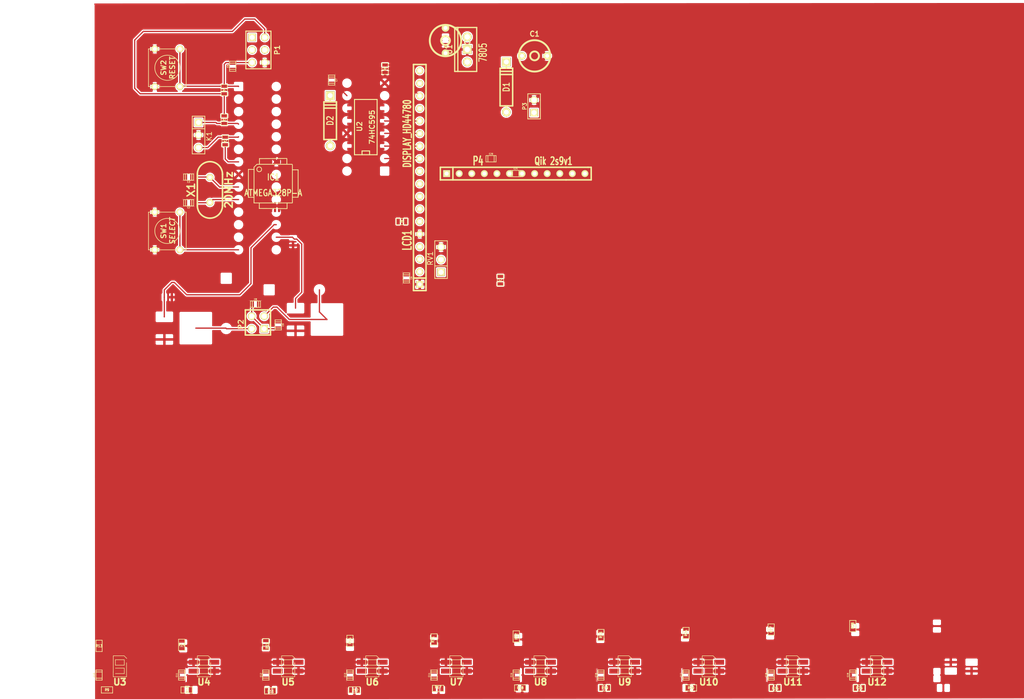
<source format=kicad_pcb>
(kicad_pcb (version 3) (host pcbnew "(2013-mar-30)-stable")
  (layers (15 F.Cu signal) (0 B.Cu signal) (18 B.Paste user) (19 F.Paste user) (20 B.SilkS user) (21 F.SilkS user) (22 B.Mask user) (23 F.Mask user) (28 Edge.Cuts user))
  (net 0 "")
  (net 1 +BATT)
  (net 2 /CLK)
  (net 3 /DATA/ENABLE)
  (net 4 /MISO)
  (net 5 /MOSI)
  (net 6 /PB0)
  (net 7 /PD2)
  (net 8 /PD3)
  (net 9 /QB)
  (net 10 /QC)
  (net 11 /QD)
  (net 12 /QE)
  (net 13 /QF)
  (net 14 /QG)
  (net 15 /RST)
  (net 16 /RXD)
  (net 17 /SCK)
  (net 18 /TXD)
  (net 19 /XTAL1)
  (net 20 /XTAL2)
  (net 21 GND)
  (net 22 N-000003)
  (net 23 N-0000031)
  (net 24 N-000004)
  (net 25 N-0000046)
  (net 26 N-0000049)
  (net 27 N-0000050)
  (net 28 N-0000051)
  (net 29 N-0000052)
  (net 30 N-0000053)
  (net 31 N-0000054)
  (net 32 N-0000055)
  (net 33 N-0000056)
  (net 34 N-0000057)
  (net 35 N-0000058)
  (net 36 N-0000059)
  (net 37 N-0000060)
  (net 38 N-0000061)
  (net 39 N-0000062)
  (net 40 N-0000063)
  (net 41 N-0000064)
  (net 42 N-0000065)
  (net 43 N-0000066)
  (net 44 N-0000067)
  (net 45 N-0000068)
  (net 46 N-0000069)
  (net 47 N-0000070)
  (net 48 N-0000071)
  (net 49 N-000009)
  (net 50 S0)
  (net 51 S1)
  (net 52 S2)
  (net 53 S3)
  (net 54 S4)
  (net 55 S5)
  (net 56 S6)
  (net 57 S7)
  (net 58 S8)
  (net 59 S9)
  (net 60 VCC)
  (module SW_PUSH_SMALL (layer F.Cu) (at 115.6 84.6 90)
    (fp_text reference SW2 (at 0 -0.762 90) (layer F.SilkS) (effects (font (size 1.016 1.016) (thickness 0.2032))))
    (fp_text value RESET (at 0 1.016 90) (layer F.SilkS) (effects (font (size 1.016 1.016) (thickness 0.2032))))
    (pad 1 thru_hole circle (at 3.81 -2.54 90) (size 1.397 1.397) (drill 0.8128) (layers *.Cu *.Mask F.SilkS) (net 21 GND))
    (pad 2 thru_hole circle (at 3.81 2.54 90) (size 1.397 1.397) (drill 0.8128) (layers *.Cu *.Mask F.SilkS) (net 15 /RST))
    (pad 1 thru_hole circle (at -3.81 -2.54 90) (size 1.397 1.397) (drill 0.8128) (layers *.Cu *.Mask F.SilkS) (net 21 GND))
    (pad 2 thru_hole circle (at -3.81 2.54 90) (size 1.397 1.397) (drill 0.8128) (layers *.Cu *.Mask F.SilkS) (net 15 /RST))
  )
  (module SW_PUSH_SMALL (layer F.Cu) (at 115.6 117.6 90)
    (fp_text reference SW1 (at 0 -0.762 90) (layer F.SilkS) (effects (font (size 1.016 1.016) (thickness 0.2032))))
    (fp_text value SELECT (at 0 1.016 90) (layer F.SilkS) (effects (font (size 1.016 1.016) (thickness 0.2032) italic)))
    (pad 1 thru_hole circle (at 3.81 -2.54 90) (size 1.397 1.397) (drill 0.8128) (layers *.Cu *.Mask F.SilkS) (net 21 GND))
    (pad 2 thru_hole circle (at 3.81 2.54 90) (size 1.397 1.397) (drill 0.8128) (layers *.Cu *.Mask F.SilkS) (net 6 /PB0))
    (pad 1 thru_hole circle (at -3.81 -2.54 90) (size 1.397 1.397) (drill 0.8128) (layers *.Cu *.Mask F.SilkS) (net 21 GND))
    (pad 2 thru_hole circle (at -3.81 2.54 90) (size 1.397 1.397) (drill 0.8128) (layers *.Cu *.Mask F.SilkS) (net 6 /PB0))
  )
  (module SM0603 (layer F.Cu) (at 204 210)
    (fp_text reference R19 (at 0 0) (layer F.SilkS) (effects (font (size 0.508 0.4572) (thickness 0.1143))))
    (fp_text value 220 hide)
    (pad 1 smd rect (at -0.762 0) (size 0.635 1.143) (layers F.Cu F.Paste F.Mask) (net 60 VCC))
    (pad 2 smd rect (at 0.762 0) (size 0.635 1.143) (layers F.Cu F.Paste F.Mask) (net 46 N-0000069))
  )
  (module SM0603 (layer F.Cu) (at 152.5 200.5 90)
    (fp_text reference R16 (at 0 0 90) (layer F.SilkS) (effects (font (size 0.508 0.4572) (thickness 0.1143))))
    (fp_text value R hide)
    (pad 1 smd rect (at -0.762 0 90) (size 0.635 1.143) (layers F.Cu F.Paste F.Mask) (net 43 N-0000066))
    (pad 2 smd rect (at 0.762 0 90) (size 0.635 1.143) (layers F.Cu F.Paste F.Mask) (net 53 S3))
  )
  (module SM0603 (layer F.Cu) (at 153.4 210.4)
    (fp_text reference R12 (at 0.15 0.05) (layer F.SilkS) (effects (font (size 0.508 0.4572) (thickness 0.1143))))
    (fp_text value 220 hide)
    (pad 1 smd rect (at -0.762 0) (size 0.635 1.143) (layers F.Cu F.Paste F.Mask) (net 60 VCC))
    (pad 2 smd rect (at 0.762 0) (size 0.635 1.143) (layers F.Cu F.Paste F.Mask) (net 40 N-0000063))
  )
  (module SM0603 (layer F.Cu) (at 135.5 201.2 90)
    (fp_text reference R15 (at -0.25 0.25 90) (layer F.SilkS) (effects (font (size 0.508 0.4572) (thickness 0.1143))))
    (fp_text value 220 hide)
    (pad 1 smd rect (at -0.762 0 90) (size 0.635 1.143) (layers F.Cu F.Paste F.Mask) (net 44 N-0000067))
    (pad 2 smd rect (at 0.762 0 90) (size 0.635 1.143) (layers F.Cu F.Paste F.Mask) (net 52 S2))
  )
  (module SM0603 (layer F.Cu) (at 159.6 84.8 90)
    (fp_text reference R6 (at 0 0 90) (layer F.SilkS) (effects (font (size 0.508 0.4572) (thickness 0.1143))))
    (fp_text value 220 hide)
    (pad 1 smd rect (at -0.762 0 90) (size 0.635 1.143) (layers F.Cu F.Paste F.Mask) (net 21 GND))
    (pad 2 smd rect (at 0.762 0 90) (size 0.635 1.143) (layers F.Cu F.Paste F.Mask) (net 28 N-0000051))
  )
  (module SM0603 (layer F.Cu) (at 136.4 210.6)
    (fp_text reference R11 (at 0.1 0.1) (layer F.SilkS) (effects (font (size 0.508 0.4572) (thickness 0.1143))))
    (fp_text value 220 hide)
    (pad 1 smd rect (at -0.762 0) (size 0.635 1.143) (layers F.Cu F.Paste F.Mask) (net 60 VCC))
    (pad 2 smd rect (at 0.762 0) (size 0.635 1.143) (layers F.Cu F.Paste F.Mask) (net 39 N-0000062))
  )
  (module SM0603 (layer F.Cu) (at 163 115.7)
    (fp_text reference R5 (at 0 0) (layer F.SilkS) (effects (font (size 0.508 0.4572) (thickness 0.1143))))
    (fp_text value 1k hide)
    (pad 1 smd rect (at -0.762 0) (size 0.635 1.143) (layers F.Cu F.Paste F.Mask) (net 3 /DATA/ENABLE))
    (pad 2 smd rect (at 0.762 0) (size 0.635 1.143) (layers F.Cu F.Paste F.Mask) (net 22 N-000003))
  )
  (module SM0603 (layer F.Cu) (at 220.4 198.9 90)
    (fp_text reference R24 (at 0 0 90) (layer F.SilkS) (effects (font (size 0.508 0.4572) (thickness 0.1143))))
    (fp_text value 220 hide)
    (pad 1 smd rect (at -0.762 0 90) (size 0.635 1.143) (layers F.Cu F.Paste F.Mask) (net 42 N-0000065))
    (pad 2 smd rect (at 0.762 0 90) (size 0.635 1.143) (layers F.Cu F.Paste F.Mask) (net 57 S7))
  )
  (module SM0603 (layer F.Cu) (at 221.4 210)
    (fp_text reference R20 (at 0 0) (layer F.SilkS) (effects (font (size 0.508 0.4572) (thickness 0.1143))))
    (fp_text value 220 hide)
    (pad 1 smd rect (at -0.762 0) (size 0.635 1.143) (layers F.Cu F.Paste F.Mask) (net 60 VCC))
    (pad 2 smd rect (at 0.762 0) (size 0.635 1.143) (layers F.Cu F.Paste F.Mask) (net 41 N-0000064))
  )
  (module SM0603 (layer F.Cu) (at 182.9 127.55 90)
    (fp_text reference R3 (at 0 0 90) (layer F.SilkS) (effects (font (size 0.508 0.4572) (thickness 0.1143))))
    (fp_text value 10k hide)
    (pad 1 smd rect (at -0.762 0 90) (size 0.635 1.143) (layers F.Cu F.Paste F.Mask) (net 60 VCC))
    (pad 2 smd rect (at 0.762 0 90) (size 0.635 1.143) (layers F.Cu F.Paste F.Mask) (net 6 /PB0))
  )
  (module SM0603 (layer F.Cu) (at 203.2 199.3 90)
    (fp_text reference R23 (at 0 0 90) (layer F.SilkS) (effects (font (size 0.508 0.4572) (thickness 0.1143))))
    (fp_text value 220 hide)
    (pad 1 smd rect (at -0.762 0 90) (size 0.635 1.143) (layers F.Cu F.Paste F.Mask) (net 48 N-0000071))
    (pad 2 smd rect (at 0.762 0 90) (size 0.635 1.143) (layers F.Cu F.Paste F.Mask) (net 56 S6))
  )
  (module SM0603 (layer F.Cu) (at 127.3 99.4 90)
    (fp_text reference R2 (at 0 0 90) (layer F.SilkS) (effects (font (size 0.508 0.4572) (thickness 0.1143))))
    (fp_text value 4.7k hide)
    (pad 1 smd rect (at -0.762 0 90) (size 0.635 1.143) (layers F.Cu F.Paste F.Mask) (net 60 VCC))
    (pad 2 smd rect (at 0.762 0 90) (size 0.635 1.143) (layers F.Cu F.Paste F.Mask) (net 8 /PD3))
  )
  (module SM0603 (layer F.Cu) (at 127.1 95.1 270)
    (fp_text reference R1 (at 0 0 270) (layer F.SilkS) (effects (font (size 0.508 0.4572) (thickness 0.1143))))
    (fp_text value 4.7k hide)
    (pad 1 smd rect (at -0.762 0 270) (size 0.635 1.143) (layers F.Cu F.Paste F.Mask) (net 60 VCC))
    (pad 2 smd rect (at 0.762 0 270) (size 0.635 1.143) (layers F.Cu F.Paste F.Mask) (net 7 /PD2))
  )
  (module SM0603 (layer F.Cu) (at 118.5 201.3 90)
    (fp_text reference R14 (at 0 0 180) (layer F.SilkS) (effects (font (size 0.508 0.4572) (thickness 0.1143))))
    (fp_text value 220 hide)
    (pad 1 smd rect (at -0.762 0 90) (size 0.635 1.143) (layers F.Cu F.Paste F.Mask) (net 45 N-0000068))
    (pad 2 smd rect (at 0.762 0 90) (size 0.635 1.143) (layers F.Cu F.Paste F.Mask) (net 51 S1))
  )
  (module SM0603 (layer F.Cu) (at 186.9 210)
    (fp_text reference R18 (at 0 0) (layer F.SilkS) (effects (font (size 0.508 0.4572) (thickness 0.1143))))
    (fp_text value 220 hide)
    (pad 1 smd rect (at -0.762 0) (size 0.635 1.143) (layers F.Cu F.Paste F.Mask) (net 60 VCC))
    (pad 2 smd rect (at 0.762 0) (size 0.635 1.143) (layers F.Cu F.Paste F.Mask) (net 31 N-0000054))
  )
  (module SM0603 (layer F.Cu) (at 238.4 210)
    (fp_text reference R25 (at 0 0.1) (layer F.SilkS) (effects (font (size 0.508 0.4572) (thickness 0.1143))))
    (fp_text value 220 hide)
    (pad 1 smd rect (at -0.762 0) (size 0.635 1.143) (layers F.Cu F.Paste F.Mask) (net 60 VCC))
    (pad 2 smd rect (at 0.762 0) (size 0.635 1.143) (layers F.Cu F.Paste F.Mask) (net 36 N-0000059))
  )
  (module SM0603 (layer F.Cu) (at 237.6 198.2 90)
    (fp_text reference R27 (at 0 0 90) (layer F.SilkS) (effects (font (size 0.508 0.4572) (thickness 0.1143))))
    (fp_text value 220 hide)
    (pad 1 smd rect (at -0.762 0 90) (size 0.635 1.143) (layers F.Cu F.Paste F.Mask) (net 38 N-0000061))
    (pad 2 smd rect (at 0.762 0 90) (size 0.635 1.143) (layers F.Cu F.Paste F.Mask) (net 58 S8))
  )
  (module SM0603 (layer F.Cu) (at 255.4 210)
    (fp_text reference R26 (at 0 0) (layer F.SilkS) (effects (font (size 0.508 0.4572) (thickness 0.1143))))
    (fp_text value 220 hide)
    (pad 1 smd rect (at -0.762 0) (size 0.635 1.143) (layers F.Cu F.Paste F.Mask) (net 60 VCC))
    (pad 2 smd rect (at 0.762 0) (size 0.635 1.143) (layers F.Cu F.Paste F.Mask) (net 35 N-0000058))
  )
  (module SM0603 (layer F.Cu) (at 254.1 197.5 90)
    (fp_text reference R28 (at 0.1 0 90) (layer F.SilkS) (effects (font (size 0.508 0.4572) (thickness 0.1143))))
    (fp_text value 220 hide)
    (pad 1 smd rect (at -0.762 0 90) (size 0.635 1.143) (layers F.Cu F.Paste F.Mask) (net 37 N-0000060))
    (pad 2 smd rect (at 0.762 0 90) (size 0.635 1.143) (layers F.Cu F.Paste F.Mask) (net 59 S9))
  )
  (module SM0603 (layer F.Cu) (at 170.3 210.1)
    (fp_text reference R17 (at 0 -0.25) (layer F.SilkS) (effects (font (size 0.508 0.4572) (thickness 0.1143))))
    (fp_text value 220 hide)
    (pad 1 smd rect (at -0.762 0) (size 0.635 1.143) (layers F.Cu F.Paste F.Mask) (net 60 VCC))
    (pad 2 smd rect (at 0.762 0) (size 0.635 1.143) (layers F.Cu F.Paste F.Mask) (net 29 N-0000052))
  )
  (module SM0603 (layer F.Cu) (at 169.5 200.2 90)
    (fp_text reference R21 (at 0 -0.25 90) (layer F.SilkS) (effects (font (size 0.508 0.4572) (thickness 0.1143))))
    (fp_text value 220 hide)
    (pad 1 smd rect (at -0.762 0 90) (size 0.635 1.143) (layers F.Cu F.Paste F.Mask) (net 30 N-0000053))
    (pad 2 smd rect (at 0.762 0 90) (size 0.635 1.143) (layers F.Cu F.Paste F.Mask) (net 54 S4))
  )
  (module SM0603 (layer F.Cu) (at 119.5 210.4)
    (fp_text reference R10 (at 0.127 -0.127 90) (layer F.SilkS) (effects (font (size 0.508 0.4572) (thickness 0.1143))))
    (fp_text value 220 hide)
    (pad 1 smd rect (at -0.762 0) (size 0.635 1.143) (layers F.Cu F.Paste F.Mask) (net 60 VCC))
    (pad 2 smd rect (at 0.762 0) (size 0.635 1.143) (layers F.Cu F.Paste F.Mask) (net 33 N-0000056))
  )
  (module SM0603 (layer F.Cu) (at 127.1 89.1 90)
    (fp_text reference R4 (at 0 0 90) (layer F.SilkS) (effects (font (size 0.508 0.4572) (thickness 0.1143))))
    (fp_text value 10k hide)
    (pad 1 smd rect (at -0.762 0 90) (size 0.635 1.143) (layers F.Cu F.Paste F.Mask) (net 60 VCC))
    (pad 2 smd rect (at 0.762 0 90) (size 0.635 1.143) (layers F.Cu F.Paste F.Mask) (net 15 /RST))
  )
  (module SM0603 (layer F.Cu) (at 186.1 199.6 90)
    (fp_text reference R22 (at 0 0 90) (layer F.SilkS) (effects (font (size 0.508 0.4572) (thickness 0.1143))))
    (fp_text value 220 hide)
    (pad 1 smd rect (at -0.762 0 90) (size 0.635 1.143) (layers F.Cu F.Paste F.Mask) (net 34 N-0000057))
    (pad 2 smd rect (at 0.762 0 90) (size 0.635 1.143) (layers F.Cu F.Paste F.Mask) (net 55 S5))
  )
  (module SM0603 (layer F.Cu) (at 103.4 210.4)
    (fp_text reference R9 (at 0 0) (layer F.SilkS) (effects (font (size 0.508 0.4572) (thickness 0.1143))))
    (fp_text value 220 hide)
    (pad 1 smd rect (at -0.762 0) (size 0.635 1.143) (layers F.Cu F.Paste F.Mask) (net 60 VCC))
    (pad 2 smd rect (at 0.762 0) (size 0.635 1.143) (layers F.Cu F.Paste F.Mask) (net 32 N-0000055))
  )
  (module SM0603 (layer F.Cu) (at 101.8 201.5 90)
    (fp_text reference R13 (at 0 0 180) (layer F.SilkS) (effects (font (size 0.508 0.4572) (thickness 0.1143))))
    (fp_text value 220 hide)
    (pad 1 smd rect (at -0.762 0 90) (size 0.635 1.143) (layers F.Cu F.Paste F.Mask) (net 47 N-0000070))
    (pad 2 smd rect (at 0.762 0 90) (size 0.635 1.143) (layers F.Cu F.Paste F.Mask) (net 50 S0))
  )
  (module SIL-18 (layer F.Cu) (at 166.6 106.8 90)
    (fp_text reference LCD1 (at -12.7 -2.54 90) (layer F.SilkS) (effects (font (size 1.72974 1.08712) (thickness 0.3048))))
    (fp_text value DISPLAY_HD44780 (at 8.89 -2.54 90) (layer F.SilkS) (effects (font (size 1.524 1.016) (thickness 0.3048))))
    (pad 1 thru_hole rect (at -21.59 0 90) (size 1.397 1.397) (drill 0.8128) (layers *.Cu *.Mask F.SilkS) (net 21 GND))
    (pad 2 thru_hole circle (at -19.05 0 90) (size 1.397 1.397) (drill 0.8128) (layers *.Cu *.Mask F.SilkS) (net 60 VCC))
    (pad 3 thru_hole circle (at -16.51 0 90) (size 1.397 1.397) (drill 0.8128) (layers *.Cu *.Mask F.SilkS) (net 24 N-000004))
    (pad 4 thru_hole circle (at -13.97 0 90) (size 1.397 1.397) (drill 0.8128) (layers *.Cu *.Mask F.SilkS) (net 9 /QB))
    (pad 5 thru_hole circle (at -11.43 0 90) (size 1.397 1.397) (drill 0.8128) (layers *.Cu *.Mask F.SilkS) (net 21 GND))
    (pad 6 thru_hole circle (at -8.89 0 90) (size 1.397 1.397) (drill 0.8128) (layers *.Cu *.Mask F.SilkS) (net 22 N-000003))
    (pad 7 thru_hole circle (at -6.35 0 90) (size 1.397 1.397) (drill 0.8128) (layers *.Cu *.Mask F.SilkS))
    (pad 8 thru_hole circle (at -3.81 0 90) (size 1.397 1.397) (drill 0.8128) (layers *.Cu *.Mask F.SilkS))
    (pad 9 thru_hole circle (at -1.27 0 90) (size 1.397 1.397) (drill 0.8128) (layers *.Cu *.Mask F.SilkS))
    (pad 10 thru_hole circle (at 1.27 0 90) (size 1.397 1.397) (drill 0.8128) (layers *.Cu *.Mask F.SilkS))
    (pad 11 thru_hole circle (at 3.81 0 90) (size 1.397 1.397) (drill 0.8128) (layers *.Cu *.Mask F.SilkS) (net 10 /QC))
    (pad 12 thru_hole circle (at 6.35 0 90) (size 1.397 1.397) (drill 0.8128) (layers *.Cu *.Mask F.SilkS) (net 11 /QD))
    (pad 13 thru_hole circle (at 8.89 0 90) (size 1.397 1.397) (drill 0.8128) (layers *.Cu *.Mask F.SilkS) (net 12 /QE))
    (pad 14 thru_hole circle (at 11.43 0 90) (size 1.397 1.397) (drill 0.8128) (layers *.Cu *.Mask F.SilkS) (net 13 /QF))
    (pad 15 thru_hole circle (at 13.97 0 90) (size 1.397 1.397) (drill 0.8128) (layers *.Cu *.Mask F.SilkS) (net 60 VCC))
    (pad 16 thru_hole circle (at 16.51 0 90) (size 1.397 1.397) (drill 0.8128) (layers *.Cu *.Mask F.SilkS) (net 28 N-0000051))
    (pad 17 thru_hole circle (at 19.05 0 90) (size 1.397 1.397) (drill 0.8128) (layers *.Cu *.Mask F.SilkS))
    (pad 18 thru_hole circle (at 21.59 0 90) (size 1.397 1.397) (drill 0.8128) (layers *.Cu *.Mask F.SilkS))
  )
  (module pin_array_3x2 (layer F.Cu) (at 134 81 270)
    (fp_text reference P1 (at 0 -3.81 270) (layer F.SilkS) (effects (font (size 1.016 1.016) (thickness 0.2032))))
    (fp_text value AVR-ISP6 hide)
    (pad 1 thru_hole rect (at -2.54 1.27 270) (size 1.524 1.524) (drill 1.016) (layers *.Cu *.Mask F.SilkS) (net 4 /MISO))
    (pad 2 thru_hole circle (at -2.54 -1.27 270) (size 1.524 1.524) (drill 1.016) (layers *.Cu *.Mask F.SilkS) (net 60 VCC))
    (pad 3 thru_hole circle (at 0 1.27 270) (size 1.524 1.524) (drill 1.016) (layers *.Cu *.Mask F.SilkS) (net 17 /SCK))
    (pad 4 thru_hole circle (at 0 -1.27 270) (size 1.524 1.524) (drill 1.016) (layers *.Cu *.Mask F.SilkS) (net 5 /MOSI))
    (pad 5 thru_hole circle (at 2.54 1.27 270) (size 1.524 1.524) (drill 1.016) (layers *.Cu *.Mask F.SilkS) (net 15 /RST))
    (pad 6 thru_hole circle (at 2.54 -1.27 270) (size 1.524 1.524) (drill 1.016) (layers *.Cu *.Mask F.SilkS) (net 21 GND))
  )
  (module PIN_ARRAY_3X1 (layer F.Cu) (at 170.9 123.4 90)
    (fp_text reference RV1 (at 0.254 -2.159 90) (layer F.SilkS) (effects (font (size 1.016 1.016) (thickness 0.1524))))
    (fp_text value 10k hide)
    (pad 1 thru_hole rect (at -2.54 0 90) (size 1.524 1.524) (drill 1.016) (layers *.Cu *.Mask F.SilkS) (net 60 VCC))
    (pad 2 thru_hole circle (at 0 0 90) (size 1.524 1.524) (drill 1.016) (layers *.Cu *.Mask F.SilkS) (net 24 N-000004))
    (pad 3 thru_hole circle (at 2.54 0 90) (size 1.524 1.524) (drill 1.016) (layers *.Cu *.Mask F.SilkS) (net 21 GND))
  )
  (module PIN_ARRAY_3X1 (layer F.Cu) (at 121.9 98.2 270)
    (fp_text reference K1 (at 0.254 -2.159 270) (layer F.SilkS) (effects (font (size 1.016 1.016) (thickness 0.1524))))
    (fp_text value ROT_ENC hide)
    (pad 1 thru_hole rect (at -2.54 0 270) (size 1.524 1.524) (drill 1.016) (layers *.Cu *.Mask F.SilkS) (net 7 /PD2))
    (pad 2 thru_hole circle (at 0 0 270) (size 1.524 1.524) (drill 1.016) (layers *.Cu *.Mask F.SilkS) (net 21 GND))
    (pad 3 thru_hole circle (at 2.54 0 270) (size 1.524 1.524) (drill 1.016) (layers *.Cu *.Mask F.SilkS) (net 8 /PD3))
  )
  (module PIN_ARRAY_2X2 (layer F.Cu) (at 133.9 136.1 90)
    (fp_text reference P2 (at -0.381 -3.429 90) (layer F.SilkS) (effects (font (size 1.016 1.016) (thickness 0.2032))))
    (fp_text value MOTORS hide)
    (pad 1 thru_hole rect (at -1.27 1.27 90) (size 1.524 1.524) (drill 1.016) (layers *.Cu *.Mask F.SilkS) (net 26 N-0000049))
    (pad 2 thru_hole circle (at -1.27 -1.27 90) (size 1.524 1.524) (drill 1.016) (layers *.Cu *.Mask F.SilkS) (net 23 N-0000031))
    (pad 3 thru_hole circle (at 1.27 1.27 90) (size 1.524 1.524) (drill 1.016) (layers *.Cu *.Mask F.SilkS) (net 27 N-0000050))
    (pad 4 thru_hole circle (at 1.27 -1.27 90) (size 1.524 1.524) (drill 1.016) (layers *.Cu *.Mask F.SilkS) (net 25 N-0000046))
  )
  (module PIN_ARRAY_2X1 (layer F.Cu) (at 189.7 92.4 90)
    (fp_text reference P3 (at 0 -1.905 90) (layer F.SilkS) (effects (font (size 0.762 0.762) (thickness 0.1524))))
    (fp_text value BATTERY hide)
    (pad 1 thru_hole rect (at -1.27 0 90) (size 1.524 1.524) (drill 1.016) (layers *.Cu *.Mask F.SilkS) (net 1 +BATT))
    (pad 2 thru_hole circle (at 1.27 0 90) (size 1.524 1.524) (drill 1.016) (layers *.Cu *.Mask F.SilkS) (net 21 GND))
  )
  (module LM78XXV (layer F.Cu) (at 176.2 80.9 180)
    (fp_text reference U1 (at 3.81 0 270) (layer F.SilkS) (effects (font (size 1.524 1.016) (thickness 0.2032))))
    (fp_text value 7805 (at -3.175 -0.635 270) (layer F.SilkS) (effects (font (size 1.524 1.016) (thickness 0.2032))))
    (pad VI thru_hole circle (at 0 -2.54 180) (size 1.778 1.778) (drill 1.143) (layers *.Cu *.Mask F.SilkS) (net 49 N-000009))
    (pad GND thru_hole rect (at 0 0 180) (size 1.778 1.778) (drill 1.143) (layers *.Cu *.Mask F.SilkS) (net 21 GND))
    (pad VO thru_hole circle (at 0 2.54 180) (size 1.778 1.778) (drill 1.143) (layers *.Cu *.Mask F.SilkS) (net 60 VCC))
  )
  (module ITR8307 (layer F.Cu) (at 157 205.7 180)
    (fp_text reference U6 (at 0 -3.11 180) (layer F.SilkS) (effects (font (size 1.3 1.3) (thickness 0.3048))))
    (fp_text value ITR8307 hide)
    (pad 1 smd rect (at 2.10058 0.89916 180) (size 1.99898 1.00076) (layers F.Cu F.Paste F.Mask) (net 21 GND))
    (pad 2 smd rect (at -2.10058 0.89916 180) (size 1.99898 1.00076) (layers F.Cu F.Paste F.Mask) (net 40 N-0000063))
    (pad 3 smd rect (at 2.10058 -0.89916 180) (size 1.99898 1.00076) (layers F.Cu F.Paste F.Mask) (net 43 N-0000066))
    (pad 4 smd rect (at -2.10058 -0.89916 180) (size 1.99898 1.00076) (layers F.Cu F.Paste F.Mask) (net 21 GND))
  )
  (module ITR8307 (layer F.Cu) (at 242 205.7 180)
    (fp_text reference U11 (at 0 -3.11 180) (layer F.SilkS) (effects (font (size 1.3 1.3) (thickness 0.3048))))
    (fp_text value ITR8307 hide)
    (pad 1 smd rect (at 2.10058 0.89916 180) (size 1.99898 1.00076) (layers F.Cu F.Paste F.Mask) (net 21 GND))
    (pad 2 smd rect (at -2.10058 0.89916 180) (size 1.99898 1.00076) (layers F.Cu F.Paste F.Mask) (net 36 N-0000059))
    (pad 3 smd rect (at 2.10058 -0.89916 180) (size 1.99898 1.00076) (layers F.Cu F.Paste F.Mask) (net 38 N-0000061))
    (pad 4 smd rect (at -2.10058 -0.89916 180) (size 1.99898 1.00076) (layers F.Cu F.Paste F.Mask) (net 21 GND))
  )
  (module ITR8307 (layer F.Cu) (at 106 205.7 180)
    (fp_text reference U3 (at 0 -3.11 180) (layer F.SilkS) (effects (font (size 1.3 1.3) (thickness 0.3048))))
    (fp_text value ITR8307 hide)
    (pad 1 smd rect (at 2.10058 0.89916 180) (size 1.99898 1.00076) (layers F.Cu F.Paste F.Mask) (net 21 GND))
    (pad 2 smd rect (at -2.10058 0.89916 180) (size 1.99898 1.00076) (layers F.Cu F.Paste F.Mask) (net 32 N-0000055))
    (pad 3 smd rect (at 2.10058 -0.89916 180) (size 1.99898 1.00076) (layers F.Cu F.Paste F.Mask) (net 47 N-0000070))
    (pad 4 smd rect (at -2.10058 -0.89916 180) (size 1.99898 1.00076) (layers F.Cu F.Paste F.Mask) (net 21 GND))
  )
  (module ITR8307 (layer F.Cu) (at 140 205.7 180)
    (fp_text reference U5 (at 0 -3.11 180) (layer F.SilkS) (effects (font (size 1.3 1.3) (thickness 0.3048))))
    (fp_text value ITR8307 hide)
    (pad 1 smd rect (at 2.10058 0.89916 180) (size 1.99898 1.00076) (layers F.Cu F.Paste F.Mask) (net 21 GND))
    (pad 2 smd rect (at -2.10058 0.89916 180) (size 1.99898 1.00076) (layers F.Cu F.Paste F.Mask) (net 39 N-0000062))
    (pad 3 smd rect (at 2.10058 -0.89916 180) (size 1.99898 1.00076) (layers F.Cu F.Paste F.Mask) (net 44 N-0000067))
    (pad 4 smd rect (at -2.10058 -0.89916 180) (size 1.99898 1.00076) (layers F.Cu F.Paste F.Mask) (net 21 GND))
  )
  (module ITR8307 (layer F.Cu) (at 174 205.7 180)
    (fp_text reference U7 (at 0 -3.11 180) (layer F.SilkS) (effects (font (size 1.3 1.3) (thickness 0.3048))))
    (fp_text value ITR8307 hide)
    (pad 1 smd rect (at 2.10058 0.89916 180) (size 1.99898 1.00076) (layers F.Cu F.Paste F.Mask) (net 21 GND))
    (pad 2 smd rect (at -2.10058 0.89916 180) (size 1.99898 1.00076) (layers F.Cu F.Paste F.Mask) (net 29 N-0000052))
    (pad 3 smd rect (at 2.10058 -0.89916 180) (size 1.99898 1.00076) (layers F.Cu F.Paste F.Mask) (net 30 N-0000053))
    (pad 4 smd rect (at -2.10058 -0.89916 180) (size 1.99898 1.00076) (layers F.Cu F.Paste F.Mask) (net 21 GND))
  )
  (module ITR8307 (layer F.Cu) (at 225 205.7 180)
    (fp_text reference U10 (at 0 -3.11 180) (layer F.SilkS) (effects (font (size 1.3 1.3) (thickness 0.3048))))
    (fp_text value ITR8307 hide)
    (pad 1 smd rect (at 2.10058 0.89916 180) (size 1.99898 1.00076) (layers F.Cu F.Paste F.Mask) (net 21 GND))
    (pad 2 smd rect (at -2.10058 0.89916 180) (size 1.99898 1.00076) (layers F.Cu F.Paste F.Mask) (net 41 N-0000064))
    (pad 3 smd rect (at 2.10058 -0.89916 180) (size 1.99898 1.00076) (layers F.Cu F.Paste F.Mask) (net 42 N-0000065))
    (pad 4 smd rect (at -2.10058 -0.89916 180) (size 1.99898 1.00076) (layers F.Cu F.Paste F.Mask) (net 21 GND))
  )
  (module ITR8307 (layer F.Cu) (at 191 205.7 180)
    (fp_text reference U8 (at 0 -3.11 180) (layer F.SilkS) (effects (font (size 1.3 1.3) (thickness 0.3048))))
    (fp_text value ITR8307 hide)
    (pad 1 smd rect (at 2.10058 0.89916 180) (size 1.99898 1.00076) (layers F.Cu F.Paste F.Mask) (net 21 GND))
    (pad 2 smd rect (at -2.10058 0.89916 180) (size 1.99898 1.00076) (layers F.Cu F.Paste F.Mask) (net 31 N-0000054))
    (pad 3 smd rect (at 2.10058 -0.89916 180) (size 1.99898 1.00076) (layers F.Cu F.Paste F.Mask) (net 34 N-0000057))
    (pad 4 smd rect (at -2.10058 -0.89916 180) (size 1.99898 1.00076) (layers F.Cu F.Paste F.Mask) (net 21 GND))
  )
  (module ITR8307 (layer F.Cu) (at 123 205.7 180)
    (fp_text reference U4 (at 0 -3.11 180) (layer F.SilkS) (effects (font (size 1.3 1.3) (thickness 0.3048))))
    (fp_text value ITR8307 hide)
    (pad 1 smd rect (at 2.10058 0.89916 180) (size 1.99898 1.00076) (layers F.Cu F.Paste F.Mask) (net 21 GND))
    (pad 2 smd rect (at -2.10058 0.89916 180) (size 1.99898 1.00076) (layers F.Cu F.Paste F.Mask) (net 33 N-0000056))
    (pad 3 smd rect (at 2.10058 -0.89916 180) (size 1.99898 1.00076) (layers F.Cu F.Paste F.Mask) (net 45 N-0000068))
    (pad 4 smd rect (at -2.10058 -0.89916 180) (size 1.99898 1.00076) (layers F.Cu F.Paste F.Mask) (net 21 GND))
  )
  (module ITR8307 (layer F.Cu) (at 208 205.7 180)
    (fp_text reference U9 (at 0 -3.11 180) (layer F.SilkS) (effects (font (size 1.3 1.3) (thickness 0.3048))))
    (fp_text value ITR8307 hide)
    (pad 1 smd rect (at 2.10058 0.89916 180) (size 1.99898 1.00076) (layers F.Cu F.Paste F.Mask) (net 21 GND))
    (pad 2 smd rect (at -2.10058 0.89916 180) (size 1.99898 1.00076) (layers F.Cu F.Paste F.Mask) (net 46 N-0000069))
    (pad 3 smd rect (at 2.10058 -0.89916 180) (size 1.99898 1.00076) (layers F.Cu F.Paste F.Mask) (net 48 N-0000071))
    (pad 4 smd rect (at -2.10058 -0.89916 180) (size 1.99898 1.00076) (layers F.Cu F.Paste F.Mask) (net 21 GND))
  )
  (module ITR8307 (layer F.Cu) (at 259 205.7 180)
    (fp_text reference U12 (at 0 -3.11 180) (layer F.SilkS) (effects (font (size 1.3 1.3) (thickness 0.3048))))
    (fp_text value ITR8307 hide)
    (pad 1 smd rect (at 2.10058 0.89916 180) (size 1.99898 1.00076) (layers F.Cu F.Paste F.Mask) (net 21 GND))
    (pad 2 smd rect (at -2.10058 0.89916 180) (size 1.99898 1.00076) (layers F.Cu F.Paste F.Mask) (net 35 N-0000058))
    (pad 3 smd rect (at 2.10058 -0.89916 180) (size 1.99898 1.00076) (layers F.Cu F.Paste F.Mask) (net 37 N-0000060))
    (pad 4 smd rect (at -2.10058 -0.89916 180) (size 1.99898 1.00076) (layers F.Cu F.Paste F.Mask) (net 21 GND))
  )
  (module HC-49V (layer F.Cu) (at 124.2 109.3 90)
    (fp_text reference X1 (at 0 -3.81 90) (layer F.SilkS) (effects (font (size 1.524 1.524) (thickness 0.3048))))
    (fp_text value 20MHz (at 0 3.81 90) (layer F.SilkS) (effects (font (size 1.524 1.524) (thickness 0.3048))))
    (pad 1 thru_hole circle (at -2.54 0 90) (size 1.4224 1.4224) (drill 0.762) (layers *.Cu *.Mask F.SilkS) (net 20 /XTAL2))
    (pad 2 thru_hole circle (at 2.54 0 90) (size 1.4224 1.4224) (drill 0.762) (layers *.Cu *.Mask F.SilkS) (net 19 /XTAL1))
  )
  (module D4 (layer F.Cu) (at 184.1 88.5 90)
    (fp_text reference D1 (at 0 0 90) (layer F.SilkS) (effects (font (size 1.27 1.016) (thickness 0.2032))))
    (fp_text value 1N4401 hide)
    (pad 1 thru_hole circle (at -5.08 0 90) (size 1.778 1.778) (drill 1.016) (layers *.Cu *.Mask F.SilkS) (net 1 +BATT))
    (pad 2 thru_hole rect (at 5.08 0 90) (size 1.778 1.778) (drill 1.016) (layers *.Cu *.Mask F.SilkS) (net 49 N-000009))
  )
  (module D4 (layer F.Cu) (at 148.5 95.3 90)
    (fp_text reference D2 (at 0 0 90) (layer F.SilkS) (effects (font (size 1.27 1.016) (thickness 0.2032))))
    (fp_text value 1N4400 hide)
    (pad 1 thru_hole circle (at -5.08 0 90) (size 1.778 1.778) (drill 1.016) (layers *.Cu *.Mask F.SilkS) (net 3 /DATA/ENABLE))
    (pad 2 thru_hole rect (at 5.08 0 90) (size 1.778 1.778) (drill 1.016) (layers *.Cu *.Mask F.SilkS) (net 14 /QG))
  )
  (module CV3-30PF (layer F.Cu) (at 189.8 82.2 180)
    (fp_text reference C1 (at 0 4.445 180) (layer F.SilkS) (effects (font (size 1.016 1.016) (thickness 0.2032))))
    (fp_text value 100uF hide)
    (pad 1 thru_hole circle (at 2.54 0 180) (size 1.524 1.524) (drill 0.8128) (layers *.Cu *.Mask F.SilkS) (net 1 +BATT))
    (pad 2 thru_hole circle (at -2.54 0 180) (size 1.524 1.524) (drill 0.8128) (layers *.Cu *.Mask F.SilkS) (net 21 GND))
  )
  (module SIL-12 (layer F.Cu) (at 186 106)
    (fp_text reference P4 (at -7.62 -2.54) (layer F.SilkS) (effects (font (size 1.72974 1.08712) (thickness 0.3048))))
    (fp_text value "Qik 2s9v1" (at 7.62 -2.54) (layer F.SilkS) (effects (font (size 1.524 1.016) (thickness 0.3048))))
    (pad 1 thru_hole rect (at -13.97 0) (size 1.397 1.397) (drill 0.8128) (layers *.Cu *.Mask F.SilkS) (net 1 +BATT))
    (pad 2 thru_hole circle (at -11.43 0) (size 1.397 1.397) (drill 0.8128) (layers *.Cu *.Mask F.SilkS) (net 21 GND))
    (pad 3 thru_hole circle (at -8.89 0) (size 1.397 1.397) (drill 0.8128) (layers *.Cu *.Mask F.SilkS) (net 25 N-0000046))
    (pad 4 thru_hole circle (at -6.35 0) (size 1.397 1.397) (drill 0.8128) (layers *.Cu *.Mask F.SilkS) (net 27 N-0000050))
    (pad 5 thru_hole circle (at -3.81 0) (size 1.397 1.397) (drill 0.8128) (layers *.Cu *.Mask F.SilkS) (net 23 N-0000031))
    (pad 6 thru_hole circle (at -1.27 0) (size 1.397 1.397) (drill 0.8128) (layers *.Cu *.Mask F.SilkS) (net 26 N-0000049))
    (pad 7 thru_hole circle (at 1.27 0) (size 1.397 1.397) (drill 0.8128) (layers *.Cu *.Mask F.SilkS))
    (pad 8 thru_hole circle (at 3.81 0) (size 1.397 1.397) (drill 0.8128) (layers *.Cu *.Mask F.SilkS))
    (pad 9 thru_hole circle (at 6.35 0) (size 1.397 1.397) (drill 0.8128) (layers *.Cu *.Mask F.SilkS) (net 16 /RXD))
    (pad 10 thru_hole circle (at 8.89 0) (size 1.397 1.397) (drill 0.8128) (layers *.Cu *.Mask F.SilkS) (net 18 /TXD))
    (pad 11 thru_hole circle (at 11.43 0) (size 1.397 1.397) (drill 0.8128) (layers *.Cu *.Mask F.SilkS) (net 60 VCC))
    (pad 12 thru_hole circle (at 13.97 0) (size 1.397 1.397) (drill 0.8128) (layers *.Cu *.Mask F.SilkS) (net 21 GND))
  )
  (module c_0805 (layer F.Cu) (at 181 103)
    (fp_text reference C20 (at 0 -0.9906) (layer F.SilkS) (effects (font (size 0.29972 0.29972) (thickness 0.06096))))
    (fp_text value 100nf hide)
    (pad 1 smd rect (at 0.9525 0) (size 1.30048 1.4986) (layers F.Cu F.Paste F.Mask) (net 27 N-0000050))
    (pad 2 smd rect (at -0.9525 0) (size 1.30048 1.4986) (layers F.Cu F.Paste F.Mask) (net 21 GND))
  )
  (module c_0805 (layer F.Cu) (at 186 106)
    (fp_text reference C21 (at 0 -0.9906) (layer F.SilkS) (effects (font (size 0.29972 0.29972) (thickness 0.06096))))
    (fp_text value 100nf hide)
    (pad 1 smd rect (at 0.9525 0) (size 1.30048 1.4986) (layers F.Cu F.Paste F.Mask) (net 21 GND))
    (pad 2 smd rect (at -0.9525 0) (size 1.30048 1.4986) (layers F.Cu F.Paste F.Mask) (net 26 N-0000049))
  )
  (module TQFP32 (layer F.Cu) (at 137 108)
    (fp_text reference IC1 (at 0 -1.27) (layer F.SilkS) (effects (font (size 1.27 1.016) (thickness 0.2032))))
    (fp_text value ATMEGA328P-A (at 0 1.905) (layer F.SilkS) (effects (font (size 1.27 1.016) (thickness 0.2032))))
    (pad 8 smd rect (at -4.81584 2.77622) (size 1.99898 0.44958) (layers F.Cu F.Paste F.Mask) (net 20 /XTAL2))
    (pad 7 smd rect (at -4.81584 1.97612) (size 1.99898 0.44958) (layers F.Cu F.Paste F.Mask) (net 19 /XTAL1))
    (pad 6 smd rect (at -4.81584 1.17602) (size 1.99898 0.44958) (layers F.Cu F.Paste F.Mask) (net 60 VCC))
    (pad 5 smd rect (at -4.81584 0.37592) (size 1.99898 0.44958) (layers F.Cu F.Paste F.Mask) (net 21 GND))
    (pad 4 smd rect (at -4.81584 -0.42418) (size 1.99898 0.44958) (layers F.Cu F.Paste F.Mask) (net 60 VCC))
    (pad 3 smd rect (at -4.81584 -1.22428) (size 1.99898 0.44958) (layers F.Cu F.Paste F.Mask) (net 21 GND))
    (pad 2 smd rect (at -4.81584 -2.02438) (size 1.99898 0.44958) (layers F.Cu F.Paste F.Mask) (net 56 S6))
    (pad 1 smd rect (at -4.81584 -2.82448) (size 1.99898 0.44958) (layers F.Cu F.Paste F.Mask) (net 8 /PD3))
    (pad 24 smd rect (at 4.7498 -2.8194) (size 1.99898 0.44958) (layers F.Cu F.Paste F.Mask) (net 51 S1))
    (pad 17 smd rect (at 4.7498 2.794) (size 1.99898 0.44958) (layers F.Cu F.Paste F.Mask) (net 17 /SCK))
    (pad 18 smd rect (at 4.7498 1.9812) (size 1.99898 0.44958) (layers F.Cu F.Paste F.Mask) (net 60 VCC))
    (pad 19 smd rect (at 4.7498 1.1684) (size 1.99898 0.44958) (layers F.Cu F.Paste F.Mask))
    (pad 20 smd rect (at 4.7498 0.381) (size 1.99898 0.44958) (layers F.Cu F.Paste F.Mask) (net 60 VCC))
    (pad 21 smd rect (at 4.7498 -0.4318) (size 1.99898 0.44958) (layers F.Cu F.Paste F.Mask) (net 21 GND))
    (pad 22 smd rect (at 4.7498 -1.2192) (size 1.99898 0.44958) (layers F.Cu F.Paste F.Mask))
    (pad 23 smd rect (at 4.7498 -2.032) (size 1.99898 0.44958) (layers F.Cu F.Paste F.Mask) (net 50 S0))
    (pad 32 smd rect (at -2.82448 -4.826) (size 0.44958 1.99898) (layers F.Cu F.Paste F.Mask) (net 7 /PD2))
    (pad 31 smd rect (at -2.02692 -4.826) (size 0.44958 1.99898) (layers F.Cu F.Paste F.Mask) (net 18 /TXD))
    (pad 30 smd rect (at -1.22428 -4.826) (size 0.44958 1.99898) (layers F.Cu F.Paste F.Mask) (net 16 /RXD))
    (pad 29 smd rect (at -0.42672 -4.826) (size 0.44958 1.99898) (layers F.Cu F.Paste F.Mask) (net 15 /RST))
    (pad 28 smd rect (at 0.37592 -4.826) (size 0.44958 1.99898) (layers F.Cu F.Paste F.Mask) (net 55 S5))
    (pad 27 smd rect (at 1.17348 -4.826) (size 0.44958 1.99898) (layers F.Cu F.Paste F.Mask) (net 54 S4))
    (pad 26 smd rect (at 1.97612 -4.826) (size 0.44958 1.99898) (layers F.Cu F.Paste F.Mask) (net 53 S3))
    (pad 25 smd rect (at 2.77368 -4.826) (size 0.44958 1.99898) (layers F.Cu F.Paste F.Mask) (net 52 S2))
    (pad 9 smd rect (at -2.8194 4.7752) (size 0.44958 1.99898) (layers F.Cu F.Paste F.Mask) (net 57 S7))
    (pad 10 smd rect (at -2.032 4.7752) (size 0.44958 1.99898) (layers F.Cu F.Paste F.Mask) (net 58 S8))
    (pad 11 smd rect (at -1.2192 4.7752) (size 0.44958 1.99898) (layers F.Cu F.Paste F.Mask) (net 59 S9))
    (pad 12 smd rect (at -0.4318 4.7752) (size 0.44958 1.99898) (layers F.Cu F.Paste F.Mask) (net 6 /PB0))
    (pad 13 smd rect (at 0.3556 4.7752) (size 0.44958 1.99898) (layers F.Cu F.Paste F.Mask) (net 2 /CLK))
    (pad 14 smd rect (at 1.1684 4.7752) (size 0.44958 1.99898) (layers F.Cu F.Paste F.Mask) (net 3 /DATA/ENABLE))
    (pad 15 smd rect (at 1.9812 4.7752) (size 0.44958 1.99898) (layers F.Cu F.Paste F.Mask) (net 5 /MOSI))
    (pad 16 smd rect (at 2.794 4.7752) (size 0.44958 1.99898) (layers F.Cu F.Paste F.Mask) (net 4 /MISO))
  )
  (module c_0805 (layer F.Cu) (at 119.9 106.7 180)
    (fp_text reference C3 (at 0 -0.9906 180) (layer F.SilkS) (effects (font (size 0.29972 0.29972) (thickness 0.06096))))
    (fp_text value 22pF hide)
    (pad 1 smd rect (at 0.9525 0 180) (size 1.30048 1.4986) (layers F.Cu F.Paste F.Mask) (net 21 GND))
    (pad 2 smd rect (at -0.9525 0 180) (size 1.30048 1.4986) (layers F.Cu F.Paste F.Mask) (net 19 /XTAL1))
  )
  (module c_0805 (layer F.Cu) (at 138 136.6 270)
    (fp_text reference C9 (at 0 -0.9906 270) (layer F.SilkS) (effects (font (size 0.29972 0.29972) (thickness 0.06096))))
    (fp_text value 100nf hide)
    (pad 1 smd rect (at 0.9525 0 270) (size 1.30048 1.4986) (layers F.Cu F.Paste F.Mask) (net 25 N-0000046))
    (pad 2 smd rect (at -0.9525 0 270) (size 1.30048 1.4986) (layers F.Cu F.Paste F.Mask) (net 21 GND))
  )
  (module c_0805 (layer F.Cu) (at 254.1 207.4 90)
    (fp_text reference C19 (at 0 -0.9906 90) (layer F.SilkS) (effects (font (size 0.29972 0.29972) (thickness 0.06096))))
    (fp_text value 10nF hide)
    (pad 1 smd rect (at 0.9525 0 90) (size 1.30048 1.4986) (layers F.Cu F.Paste F.Mask) (net 37 N-0000060))
    (pad 2 smd rect (at -0.9525 0 90) (size 1.30048 1.4986) (layers F.Cu F.Paste F.Mask) (net 60 VCC))
  )
  (module c_0805 (layer F.Cu) (at 163.9 127.1 270)
    (fp_text reference C6 (at 0 -0.9906 270) (layer F.SilkS) (effects (font (size 0.29972 0.29972) (thickness 0.06096))))
    (fp_text value 100nF hide)
    (pad 1 smd rect (at 0.9525 0 270) (size 1.30048 1.4986) (layers F.Cu F.Paste F.Mask) (net 21 GND))
    (pad 2 smd rect (at -0.9525 0 270) (size 1.30048 1.4986) (layers F.Cu F.Paste F.Mask) (net 60 VCC))
  )
  (module c_0805 (layer F.Cu) (at 148.8 87.1 270)
    (fp_text reference C7 (at 0 -0.9906 270) (layer F.SilkS) (effects (font (size 0.29972 0.29972) (thickness 0.06096))))
    (fp_text value 100nF hide)
    (pad 1 smd rect (at 0.9525 0 270) (size 1.30048 1.4986) (layers F.Cu F.Paste F.Mask) (net 60 VCC))
    (pad 2 smd rect (at -0.9525 0 270) (size 1.30048 1.4986) (layers F.Cu F.Paste F.Mask) (net 21 GND))
  )
  (module c_0805 (layer F.Cu) (at 237.6 207.4 90)
    (fp_text reference C18 (at 0 -0.9906 90) (layer F.SilkS) (effects (font (size 0.29972 0.29972) (thickness 0.06096))))
    (fp_text value 10nF hide)
    (pad 1 smd rect (at 0.9525 0 90) (size 1.30048 1.4986) (layers F.Cu F.Paste F.Mask) (net 38 N-0000061))
    (pad 2 smd rect (at -0.9525 0 90) (size 1.30048 1.4986) (layers F.Cu F.Paste F.Mask) (net 60 VCC))
  )
  (module CV3-30PF (layer F.Cu) (at 171.8 79.1 90)
    (fp_text reference C4 (at 0 4.445 90) (layer F.SilkS) (effects (font (size 1.016 1.016) (thickness 0.2032))))
    (fp_text value 100uF hide)
    (pad 1 thru_hole circle (at 2.54 0 90) (size 1.524 1.524) (drill 0.8128) (layers *.Cu *.Mask F.SilkS) (net 60 VCC))
    (pad 2 thru_hole circle (at -2.54 0 90) (size 1.524 1.524) (drill 0.8128) (layers *.Cu *.Mask F.SilkS) (net 21 GND))
  )
  (module c_0805 (layer F.Cu) (at 169.5 207.4 90)
    (fp_text reference C14 (at 0 -0.9906 90) (layer F.SilkS) (effects (font (size 0.29972 0.29972) (thickness 0.06096))))
    (fp_text value 10nF hide)
    (pad 1 smd rect (at 0.9525 0 90) (size 1.30048 1.4986) (layers F.Cu F.Paste F.Mask) (net 30 N-0000053))
    (pad 2 smd rect (at -0.9525 0 90) (size 1.30048 1.4986) (layers F.Cu F.Paste F.Mask) (net 60 VCC))
  )
  (module c_0805 (layer F.Cu) (at 119.9 111.9 180)
    (fp_text reference C2 (at 0 -0.9906 180) (layer F.SilkS) (effects (font (size 0.29972 0.29972) (thickness 0.06096))))
    (fp_text value 22pF hide)
    (pad 1 smd rect (at 0.9525 0 180) (size 1.30048 1.4986) (layers F.Cu F.Paste F.Mask) (net 21 GND))
    (pad 2 smd rect (at -0.9525 0 180) (size 1.30048 1.4986) (layers F.Cu F.Paste F.Mask) (net 20 /XTAL2))
  )
  (module c_0805 (layer F.Cu) (at 186.1 207.4 90)
    (fp_text reference C15 (at 0 -0.9906 90) (layer F.SilkS) (effects (font (size 0.29972 0.29972) (thickness 0.06096))))
    (fp_text value 10nF hide)
    (pad 1 smd rect (at 0.9525 0 90) (size 1.30048 1.4986) (layers F.Cu F.Paste F.Mask) (net 34 N-0000057))
    (pad 2 smd rect (at -0.9525 0 90) (size 1.30048 1.4986) (layers F.Cu F.Paste F.Mask) (net 60 VCC))
  )
  (module c_0805 (layer F.Cu) (at 152.5 207.4 90)
    (fp_text reference C13 (at 0 -0.9906 90) (layer F.SilkS) (effects (font (size 0.29972 0.29972) (thickness 0.06096))))
    (fp_text value 10nF hide)
    (pad 1 smd rect (at 0.9525 0 90) (size 1.30048 1.4986) (layers F.Cu F.Paste F.Mask) (net 43 N-0000066))
    (pad 2 smd rect (at -0.9525 0 90) (size 1.30048 1.4986) (layers F.Cu F.Paste F.Mask) (net 60 VCC))
  )
  (module c_0805 (layer F.Cu) (at 101.8 207.4 90)
    (fp_text reference C10 (at 0 -0.9906 90) (layer F.SilkS) (effects (font (size 0.29972 0.29972) (thickness 0.06096))))
    (fp_text value 10nF hide)
    (pad 1 smd rect (at 0.9525 0 90) (size 1.30048 1.4986) (layers F.Cu F.Paste F.Mask) (net 47 N-0000070))
    (pad 2 smd rect (at -0.9525 0 90) (size 1.30048 1.4986) (layers F.Cu F.Paste F.Mask) (net 60 VCC))
  )
  (module c_0805 (layer F.Cu) (at 133.4 132.4)
    (fp_text reference C8 (at 0 -0.9906) (layer F.SilkS) (effects (font (size 0.29972 0.29972) (thickness 0.06096))))
    (fp_text value 100nf hide)
    (pad 1 smd rect (at 0.9525 0) (size 1.30048 1.4986) (layers F.Cu F.Paste F.Mask) (net 21 GND))
    (pad 2 smd rect (at -0.9525 0) (size 1.30048 1.4986) (layers F.Cu F.Paste F.Mask) (net 26 N-0000049))
  )
  (module c_0805 (layer F.Cu) (at 118.5 207.4 90)
    (fp_text reference C11 (at 0 -0.9906 90) (layer F.SilkS) (effects (font (size 0.29972 0.29972) (thickness 0.06096))))
    (fp_text value 10nF hide)
    (pad 1 smd rect (at 0.9525 0 90) (size 1.30048 1.4986) (layers F.Cu F.Paste F.Mask) (net 45 N-0000068))
    (pad 2 smd rect (at -0.9525 0 90) (size 1.30048 1.4986) (layers F.Cu F.Paste F.Mask) (net 60 VCC))
  )
  (module c_0805 (layer F.Cu) (at 203.2 207.4 90)
    (fp_text reference C16 (at 0 -0.9906 90) (layer F.SilkS) (effects (font (size 0.29972 0.29972) (thickness 0.06096))))
    (fp_text value 10nF hide)
    (pad 1 smd rect (at 0.9525 0 90) (size 1.30048 1.4986) (layers F.Cu F.Paste F.Mask) (net 48 N-0000071))
    (pad 2 smd rect (at -0.9525 0 90) (size 1.30048 1.4986) (layers F.Cu F.Paste F.Mask) (net 60 VCC))
  )
  (module c_0805 (layer F.Cu) (at 128.8 84.3 90)
    (fp_text reference C5 (at 0 -0.9906 90) (layer F.SilkS) (effects (font (size 0.29972 0.29972) (thickness 0.06096))))
    (fp_text value 100nF hide)
    (pad 1 smd rect (at 0.9525 0 90) (size 1.30048 1.4986) (layers F.Cu F.Paste F.Mask) (net 15 /RST))
    (pad 2 smd rect (at -0.9525 0 90) (size 1.30048 1.4986) (layers F.Cu F.Paste F.Mask) (net 21 GND))
  )
  (module c_0805 (layer F.Cu) (at 220.4 207.4 90)
    (fp_text reference C17 (at 0 -0.9906 90) (layer F.SilkS) (effects (font (size 0.29972 0.29972) (thickness 0.06096))))
    (fp_text value 10nF hide)
    (pad 1 smd rect (at 0.9525 0 90) (size 1.30048 1.4986) (layers F.Cu F.Paste F.Mask) (net 42 N-0000065))
    (pad 2 smd rect (at -0.9525 0 90) (size 1.30048 1.4986) (layers F.Cu F.Paste F.Mask) (net 60 VCC))
  )
  (module c_0805 (layer F.Cu) (at 135.5 207.4 90)
    (fp_text reference C12 (at 0 -0.9906 90) (layer F.SilkS) (effects (font (size 0.29972 0.29972) (thickness 0.06096))))
    (fp_text value 10nF hide)
    (pad 1 smd rect (at 0.9525 0 90) (size 1.30048 1.4986) (layers F.Cu F.Paste F.Mask) (net 44 N-0000067))
    (pad 2 smd rect (at -0.9525 0 90) (size 1.30048 1.4986) (layers F.Cu F.Paste F.Mask) (net 60 VCC))
  )
  (module SO16N (layer F.Cu) (at 155.7 96.6 90)
    (fp_text reference U2 (at 0.127 -1.27 90) (layer F.SilkS) (effects (font (size 1.016 1.016) (thickness 0.2032))))
    (fp_text value 74HC595 (at 0 1.27 90) (layer F.SilkS) (effects (font (size 1.016 1.016) (thickness 0.2032))))
    (pad 16 smd rect (at -4.445 -3.175 90) (size 0.508 1.143) (layers F.Cu F.Paste F.Mask) (net 60 VCC))
    (pad 14 smd rect (at -1.905 -3.175 90) (size 0.508 1.143) (layers F.Cu F.Paste F.Mask) (net 3 /DATA/ENABLE))
    (pad 13 smd rect (at -0.635 -3.175 90) (size 0.508 1.143) (layers F.Cu F.Paste F.Mask) (net 21 GND))
    (pad 12 smd rect (at 0.635 -3.175 90) (size 0.508 1.143) (layers F.Cu F.Paste F.Mask) (net 2 /CLK))
    (pad 11 smd rect (at 1.905 -3.175 90) (size 0.508 1.143) (layers F.Cu F.Paste F.Mask) (net 2 /CLK))
    (pad 10 smd rect (at 3.175 -3.175 90) (size 0.508 1.143) (layers F.Cu F.Paste F.Mask) (net 60 VCC))
    (pad 9 smd rect (at 4.445 -3.175 90) (size 0.508 1.143) (layers F.Cu F.Paste F.Mask))
    (pad 8 smd rect (at 4.445 3.175 90) (size 0.508 1.143) (layers F.Cu F.Paste F.Mask) (net 21 GND))
    (pad 7 smd rect (at 3.175 3.175 90) (size 0.508 1.143) (layers F.Cu F.Paste F.Mask))
    (pad 6 smd rect (at 1.905 3.175 90) (size 0.508 1.143) (layers F.Cu F.Paste F.Mask) (net 14 /QG))
    (pad 5 smd rect (at 0.635 3.175 90) (size 0.508 1.143) (layers F.Cu F.Paste F.Mask) (net 13 /QF))
    (pad 4 smd rect (at -0.635 3.175 90) (size 0.508 1.143) (layers F.Cu F.Paste F.Mask) (net 12 /QE))
    (pad 3 smd rect (at -1.905 3.175 90) (size 0.508 1.143) (layers F.Cu F.Paste F.Mask) (net 11 /QD))
    (pad 2 smd rect (at -3.175 3.175 90) (size 0.508 1.143) (layers F.Cu F.Paste F.Mask) (net 10 /QC))
    (pad 1 smd rect (at -4.445 3.175 90) (size 0.508 1.143) (layers F.Cu F.Paste F.Mask) (net 9 /QB))
    (pad 15 smd rect (at -3.175 -3.175 90) (size 0.508 1.143) (layers F.Cu F.Paste F.Mask))
  )
  (segment (start 137.61 116.33) (end 137.17 116.33) (width 0.254) (layer F.Cu) (net 0))
  (segment (start 114.988 129.512) (end 114.988 131) (width 0.254) (layer F.Cu) (net 0))
  (segment (start 116.5 128) (end 114.988 129.512) (width 0.254) (layer F.Cu) (net 0))
  (segment (start 117 128) (end 116.5 128) (width 0.254) (layer F.Cu) (net 0))
  (segment (start 119.5 130.5) (end 117 128) (width 0.254) (layer F.Cu) (net 0))
  (segment (start 130.25 130.5) (end 119.5 130.5) (width 0.254) (layer F.Cu) (net 0))
  (segment (start 132.5 128.25) (end 130.25 130.5) (width 0.254) (layer F.Cu) (net 0))
  (segment (start 132.5 121) (end 132.5 128.25) (width 0.254) (layer F.Cu) (net 0))
  (segment (start 137.17 116.33) (end 132.5 121) (width 0.254) (layer F.Cu) (net 0))
  (segment (start 114.988 131) (end 114.988 134.952) (width 0.254) (layer F.Cu) (net 0))
  (segment (start 114.988 134.952) (end 115 134.964) (width 0.254) (layer F.Cu) (net 0))
  (segment (start 137.61 118.87) (end 140.882 118.87) (width 0.254) (layer F.Cu) (net 0))
  (segment (start 141.5 131.25) (end 141.5 133.214) (width 0.254) (layer F.Cu) (net 0))
  (segment (start 142.75 130) (end 141.5 131.25) (width 0.254) (layer F.Cu) (net 0))
  (segment (start 142.75 120.25) (end 142.75 130) (width 0.254) (layer F.Cu) (net 0))
  (segment (start 141.75 119.25) (end 142.75 120.25) (width 0.254) (layer F.Cu) (net 0))
  (segment (start 141.262 119.25) (end 141.75 119.25) (width 0.254) (layer F.Cu) (net 0))
  (segment (start 140.882 118.87) (end 141.262 119.25) (width 0.254) (layer F.Cu) (net 0))
  (segment (start 118.14 113.79) (end 118.14 121.41) (width 0.254) (layer F.Cu) (net 6))
  (segment (start 118.14 121.41) (end 129.99 121.41) (width 0.254) (layer F.Cu) (net 6))
  (segment (start 121.9 95.66) (end 125.41 95.66) (width 0.254) (layer F.Cu) (net 7))
  (segment (start 129.842 95.862) (end 129.99 96.01) (width 0.254) (layer F.Cu) (net 7))
  (segment (start 125.612 95.862) (end 129.842 95.862) (width 0.254) (layer F.Cu) (net 7))
  (segment (start 125.41 95.66) (end 125.612 95.862) (width 0.254) (layer F.Cu) (net 7))
  (segment (start 121.9 100.74) (end 123.76 100.74) (width 0.254) (layer F.Cu) (net 8))
  (segment (start 129.902 98.638) (end 129.99 98.55) (width 0.254) (layer F.Cu) (net 8))
  (segment (start 125.862 98.638) (end 129.902 98.638) (width 0.254) (layer F.Cu) (net 8))
  (segment (start 123.76 100.74) (end 125.862 98.638) (width 0.254) (layer F.Cu) (net 8))
  (segment (start 159.51 102.95) (end 166.56 102.95) (width 0.254) (layer F.Cu) (net 10))
  (segment (start 166.56 102.95) (end 166.6 102.99) (width 0.254) (layer F.Cu) (net 10))
  (segment (start 166.6 100.45) (end 159.55 100.45) (width 0.254) (layer F.Cu) (net 11))
  (segment (start 159.55 100.45) (end 159.51 100.41) (width 0.254) (layer F.Cu) (net 11))
  (segment (start 159.51 97.87) (end 166.56 97.87) (width 0.254) (layer F.Cu) (net 12))
  (segment (start 166.56 97.87) (end 166.6 97.91) (width 0.254) (layer F.Cu) (net 12))
  (segment (start 166.6 95.37) (end 159.55 95.37) (width 0.254) (layer F.Cu) (net 13))
  (segment (start 159.55 95.37) (end 159.51 95.33) (width 0.254) (layer F.Cu) (net 13))
  (segment (start 128.8 83.54816) (end 132.72184 83.54816) (width 0.254) (layer F.Cu) (net 15))
  (segment (start 132.72184 83.54816) (end 132.73 83.54) (width 0.254) (layer F.Cu) (net 15))
  (segment (start 128.8 83.54816) (end 127.45184 83.54816) (width 0.254) (layer F.Cu) (net 15))
  (segment (start 127.1 83.9) (end 127.1 88.338) (width 0.254) (layer F.Cu) (net 15))
  (segment (start 127.45184 83.54816) (end 127.1 83.9) (width 0.254) (layer F.Cu) (net 15))
  (segment (start 118.14 80.79) (end 118.14 88.41) (width 0.254) (layer F.Cu) (net 15))
  (segment (start 118.14 88.41) (end 118.212 88.338) (width 0.254) (layer F.Cu) (net 15))
  (segment (start 118.212 88.338) (end 129.938 88.338) (width 0.254) (layer F.Cu) (net 15))
  (segment (start 129.938 88.338) (end 129.99 88.39) (width 0.254) (layer F.Cu) (net 15))
  (segment (start 120.65184 106.7) (end 124.14 106.7) (width 0.254) (layer F.Cu) (net 19))
  (segment (start 126.15 108.71) (end 129.99 108.71) (width 0.254) (layer F.Cu) (net 19))
  (segment (start 124.14 106.7) (end 126.15 108.71) (width 0.254) (layer F.Cu) (net 19))
  (segment (start 120.65184 111.9) (end 124.14 111.9) (width 0.254) (layer F.Cu) (net 20))
  (segment (start 124.79 111.25) (end 129.99 111.25) (width 0.254) (layer F.Cu) (net 20))
  (segment (start 124.14 111.9) (end 124.79 111.25) (width 0.254) (layer F.Cu) (net 20))
  (segment (start 121.35 137.25) (end 127.42 137.25) (width 0.254) (layer F.Cu) (net 23))
  (segment (start 127.54 137.37) (end 132.63 137.37) (width 0.254) (layer F.Cu) (net 23))
  (segment (start 127.42 137.25) (end 127.54 137.37) (width 0.254) (layer F.Cu) (net 23))
  (segment (start 132.63 134.83) (end 135.17 137.37) (width 0.254) (layer F.Cu) (net 25))
  (segment (start 137.98184 137.37) (end 138 137.35184) (width 0.254) (layer F.Cu) (net 25))
  (segment (start 132.64816 134.81184) (end 132.63 134.83) (width 0.254) (layer F.Cu) (net 25))
  (segment (start 135.17 137.37) (end 137.98184 137.37) (width 0.254) (layer F.Cu) (net 26))
  (segment (start 132.64816 132.4) (end 132.64816 134.81184) (width 0.254) (layer F.Cu) (net 26))
  (segment (start 146.33 129.5) (end 146.33 133.98) (width 0.254) (layer F.Cu) (net 27))
  (segment (start 146.33 133.98) (end 147.85 135.5) (width 0.254) (layer F.Cu) (net 27))
  (segment (start 147.85 135.5) (end 140.25 135.5) (width 0.254) (layer F.Cu) (net 27))
  (segment (start 137 133) (end 135.17 134.83) (width 0.254) (layer F.Cu) (net 27))
  (segment (start 137.75 133) (end 137 133) (width 0.254) (layer F.Cu) (net 27))
  (segment (start 140.25 135.5) (end 137.75 133) (width 0.254) (layer F.Cu) (net 27))
  (segment (start 159.6 84.038) (end 161.038 84.038) (width 0.254) (layer F.Cu) (net 28))
  (segment (start 163.75 87.44) (end 166.6 90.29) (width 0.254) (layer F.Cu) (net 28))
  (segment (start 163.75 86.75) (end 163.75 87.44) (width 0.254) (layer F.Cu) (net 28))
  (segment (start 161.038 84.038) (end 163.75 86.75) (width 0.254) (layer F.Cu) (net 28))
  (segment (start 127.88 103.63) (end 129.99 103.63) (width 0.254) (layer F.Cu) (net 60))
  (segment (start 127.3 103.05) (end 127.88 103.63) (width 0.254) (layer F.Cu) (net 60))
  (segment (start 148.8 87.85184) (end 149.49184 87.85184) (width 0.254) (layer F.Cu) (net 60))
  (segment (start 149.49184 87.85184) (end 151.89 90.25) (width 0.254) (layer F.Cu) (net 60))
  (segment (start 127.3 100.162) (end 127.3 103.05) (width 0.254) (layer F.Cu) (net 60))
  (segment (start 127.1 89.862) (end 127.1 94.338) (width 0.254) (layer F.Cu) (net 60))
  (segment (start 135.27 78.46) (end 135.27 76.77) (width 0.254) (layer F.Cu) (net 60))
  (segment (start 110.112 89.862) (end 127.1 89.862) (width 0.254) (layer F.Cu) (net 60))
  (segment (start 109 88.75) (end 110.112 89.862) (width 0.254) (layer F.Cu) (net 60))
  (segment (start 109 79) (end 109 88.75) (width 0.254) (layer F.Cu) (net 60))
  (segment (start 110.75 77.25) (end 109 79) (width 0.254) (layer F.Cu) (net 60))
  (segment (start 128.75 77.25) (end 110.75 77.25) (width 0.254) (layer F.Cu) (net 60))
  (segment (start 131.25 74.75) (end 128.75 77.25) (width 0.254) (layer F.Cu) (net 60))
  (segment (start 133.25 74.75) (end 131.25 74.75) (width 0.254) (layer F.Cu) (net 60))
  (segment (start 135.27 76.77) (end 133.25 74.75) (width 0.254) (layer F.Cu) (net 60))
  (zone (net 21) (net_name GND) (layer F.Cu) (connect_pads (clearance 0.254)) (min_thickness 0.254) (fill (arc_segments 16) (thermal_gap 0.254) (thermal_bridge_width 0.5))
    (polygon (pts (xy 100.9 71.5) (xy 101 212.3) (xy 288.7 212.1) (xy 288.7 71.5) (xy 101 71.6)))
  )
)
</source>
